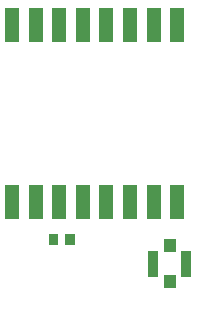
<source format=gbp>
G04 Layer: BottomPasteMaskLayer*
G04 EasyEDA v6.4.29, 2022-01-20 17:46:20*
G04 fb4b0ff46d504c98a6534b0bae3310fd,dc92750a051249c6af70c8c7d89aaf1b,10*
G04 Gerber Generator version 0.2*
G04 Scale: 100 percent, Rotated: No, Reflected: No *
G04 Dimensions in millimeters *
G04 leading zeros omitted , absolute positions ,4 integer and 5 decimal *
%FSLAX45Y45*%
%MOMM*%

%ADD50R,1.1999X3.0000*%

%LPD*%
D50*
G01*
X4507001Y11545976D03*
G01*
X4707001Y11545976D03*
G01*
X4907000Y11545976D03*
G01*
X5107000Y11545976D03*
G01*
X5306999Y11545976D03*
G01*
X5506999Y11545976D03*
G01*
X5706999Y11545976D03*
G01*
X5906998Y11545976D03*
G01*
X5906998Y10045979D03*
G01*
X5706999Y10045979D03*
G01*
X5506999Y10045979D03*
G01*
X5306999Y10045979D03*
G01*
X5107000Y10045979D03*
G01*
X4907000Y10045979D03*
G01*
X4707001Y10045979D03*
G01*
X4507001Y10045979D03*
G36*
X5037599Y9773201D02*
G01*
X4957599Y9773201D01*
X4957599Y9683198D01*
X5037599Y9683198D01*
G37*
G36*
X4897600Y9773201D02*
G01*
X4817600Y9773201D01*
X4817600Y9683198D01*
X4897600Y9683198D01*
G37*
G36*
X6021981Y9414987D02*
G01*
X6021981Y9634976D01*
X5936993Y9634976D01*
X5936993Y9414987D01*
G37*
G36*
X5746988Y9415005D02*
G01*
X5746988Y9634994D01*
X5662000Y9634994D01*
X5662000Y9415005D01*
G37*
G36*
X5891979Y9624999D02*
G01*
X5891979Y9730005D01*
X5791982Y9730005D01*
X5791982Y9624999D01*
G37*
G36*
X5891979Y9319994D02*
G01*
X5891979Y9425000D01*
X5791982Y9425000D01*
X5791982Y9319994D01*
G37*
M02*

</source>
